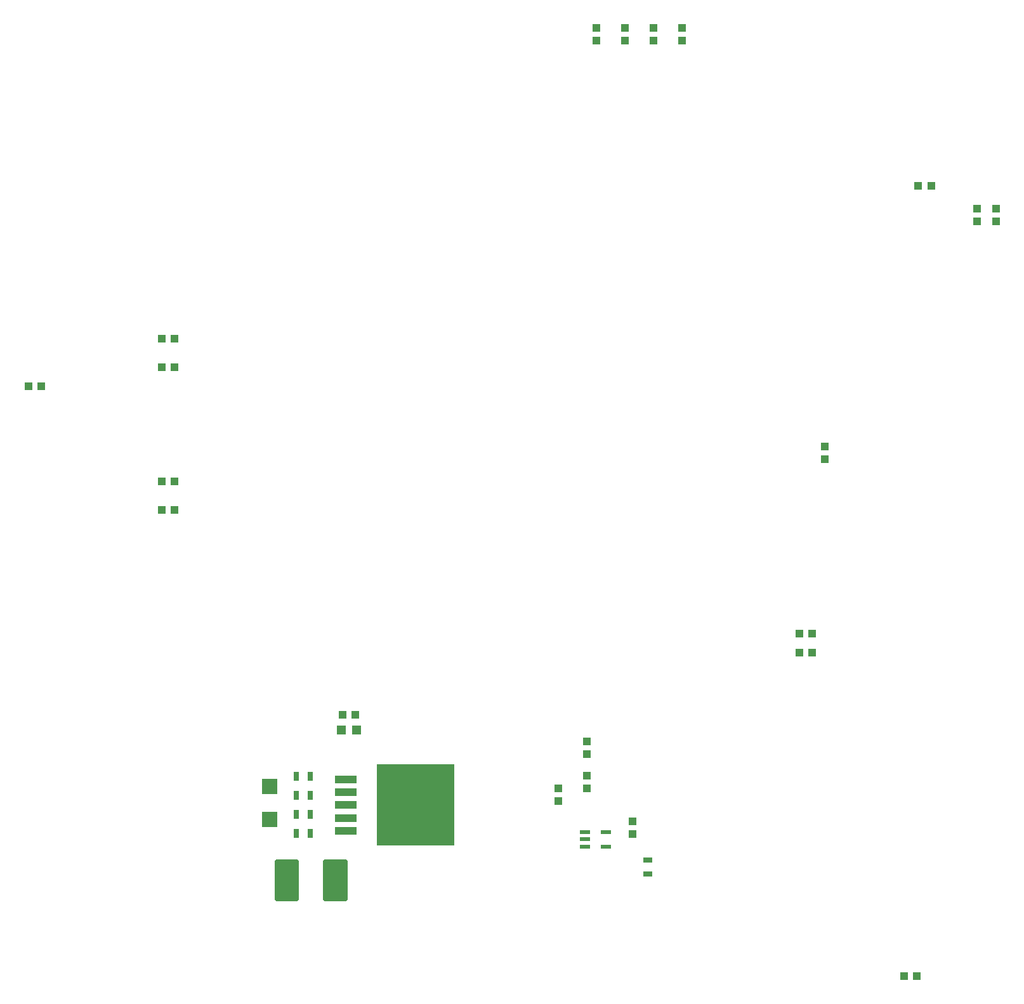
<source format=gbr>
G04 EAGLE Gerber RS-274X export*
G75*
%MOMM*%
%FSLAX34Y34*%
%LPD*%
%INSolderpaste Top*%
%IPPOS*%
%AMOC8*
5,1,8,0,0,1.08239X$1,22.5*%
G01*
G04 Define Apertures*
%ADD10R,2.000000X2.000000*%
%ADD11C,0.640000*%
%ADD12R,1.200000X1.200000*%
%ADD13R,1.000000X1.100000*%
%ADD14R,1.100000X1.000000*%
%ADD15R,10.410000X10.800000*%
%ADD16R,3.000000X1.066800*%
%ADD17R,0.800000X1.200000*%
%ADD18R,1.200000X0.800000*%
%ADD19R,1.320800X0.558800*%
D10*
X339090Y227740D03*
X339090Y183740D03*
D11*
X374040Y127170D02*
X374040Y78570D01*
X348440Y78570D01*
X348440Y127170D01*
X374040Y127170D01*
X374040Y84650D02*
X348440Y84650D01*
X348440Y90730D02*
X374040Y90730D01*
X374040Y96810D02*
X348440Y96810D01*
X348440Y102890D02*
X374040Y102890D01*
X374040Y108970D02*
X348440Y108970D01*
X348440Y115050D02*
X374040Y115050D01*
X374040Y121130D02*
X348440Y121130D01*
X439040Y127170D02*
X439040Y78570D01*
X413440Y78570D01*
X413440Y127170D01*
X439040Y127170D01*
X439040Y84650D02*
X413440Y84650D01*
X413440Y90730D02*
X439040Y90730D01*
X439040Y96810D02*
X413440Y96810D01*
X413440Y102890D02*
X439040Y102890D01*
X439040Y108970D02*
X413440Y108970D01*
X413440Y115050D02*
X439040Y115050D01*
X439040Y121130D02*
X413440Y121130D01*
D12*
X455000Y303530D03*
X434000Y303530D03*
D13*
X723900Y225670D03*
X723900Y208670D03*
X762000Y242180D03*
X762000Y225180D03*
X762000Y287900D03*
X762000Y270900D03*
D14*
X436000Y323850D03*
X453000Y323850D03*
D15*
X533240Y203200D03*
D16*
X439928Y237236D03*
X439928Y220218D03*
X439928Y203200D03*
X439928Y186182D03*
X439928Y169164D03*
D17*
X392540Y190500D03*
X374540Y190500D03*
X392540Y165100D03*
X374540Y165100D03*
X392540Y215900D03*
X374540Y215900D03*
X392540Y241300D03*
X374540Y241300D03*
D18*
X843280Y111650D03*
X843280Y129650D03*
D13*
X822960Y181220D03*
X822960Y164220D03*
D19*
X759714Y166878D03*
X759714Y157480D03*
X759714Y148082D03*
X787146Y148082D03*
X787146Y166878D03*
D14*
X1062600Y406400D03*
X1045600Y406400D03*
X1185300Y-25400D03*
X1202300Y-25400D03*
X1062600Y431800D03*
X1045600Y431800D03*
D13*
X1308100Y982100D03*
X1308100Y999100D03*
X1079500Y664600D03*
X1079500Y681600D03*
X1282700Y982100D03*
X1282700Y999100D03*
D14*
X33900Y762000D03*
X16900Y762000D03*
X211700Y596900D03*
X194700Y596900D03*
X211700Y825500D03*
X194700Y825500D03*
D13*
X774700Y1223400D03*
X774700Y1240400D03*
X812800Y1223400D03*
X812800Y1240400D03*
X850900Y1223400D03*
X850900Y1240400D03*
X889000Y1223400D03*
X889000Y1240400D03*
D14*
X194700Y635000D03*
X211700Y635000D03*
X194700Y787400D03*
X211700Y787400D03*
X1204350Y1029970D03*
X1221350Y1029970D03*
M02*

</source>
